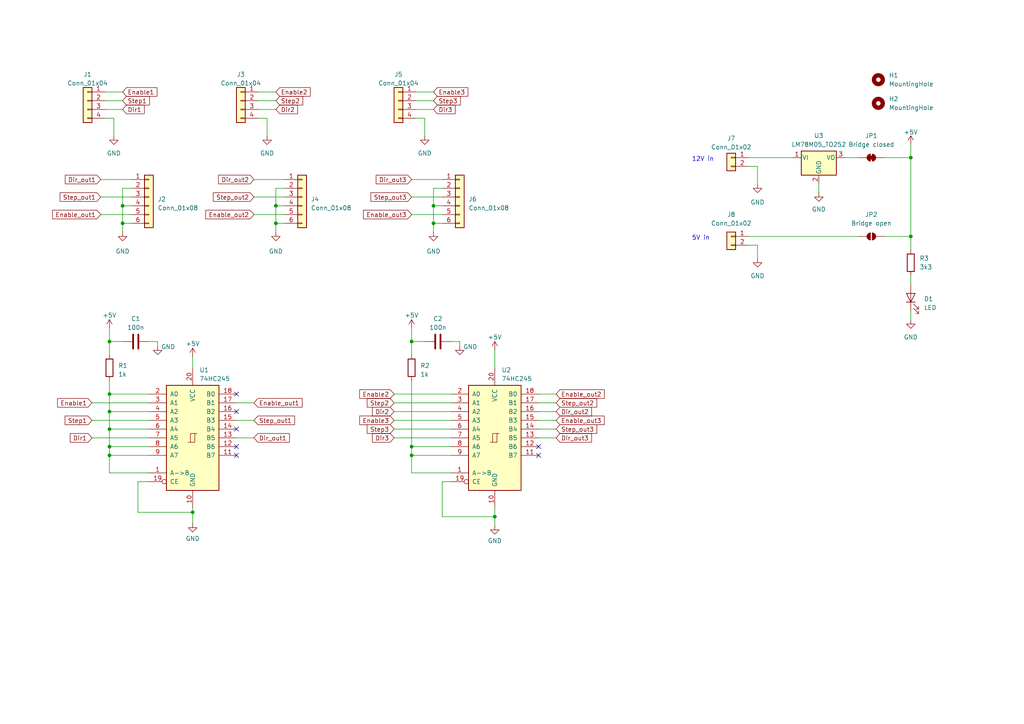
<source format=kicad_sch>
(kicad_sch (version 20250114) (generator "eeschema") (generator_version "9.0")
  (paper "A4")
  (lib_symbols
    (symbol "74xx:74HC245" (pin_names (offset 1.016))
      (property "Reference" "U" (at -7.62 16.51 0))
      (property "Value" "74HC245" (at -7.62 -16.51 0))
      (symbol "74HC245_1_0"
        (polyline (pts (xy -1.27 -1.27) (xy 0.635 -1.27) (xy 0.635 1.27) (xy 1.27 1.27)))
        (polyline (pts (xy -0.635 -1.27) (xy -0.635 1.27) (xy 0.635 1.27)))
        (pin tri_state line (at -12.7 12.7 0) (length 5.08) (name "A0") (number "2"))
        (pin tri_state line (at -12.7 10.16 0) (length 5.08) (name "A1") (number "3"))
        (pin tri_state line (at -12.7 7.62 0) (length 5.08) (name "A2") (number "4"))
        (pin tri_state line (at -12.7 5.08 0) (length 5.08) (name "A3") (number "5"))
        (pin tri_state line (at -12.7 2.54 0) (length 5.08) (name "A4") (number "6"))
        (pin tri_state line (at -12.7 0 0) (length 5.08) (name "A5") (number "7"))
        (pin tri_state line (at -12.7 -2.54 0) (length 5.08) (name "A6") (number "8"))
        (pin tri_state line (at -12.7 -5.08 0) (length 5.08) (name "A7") (number "9"))
        (pin input line (at -12.7 -10.16 0) (length 5.08) (name "A->B") (number "1"))
        (pin input inverted (at -12.7 -12.7 0) (length 5.08) (name "CE") (number "19"))
        (pin power_in line (at 0 20.32 270) (length 5.08) (name "VCC") (number "20"))
        (pin power_in line (at 0 -20.32 90) (length 5.08) (name "GND") (number "10"))
        (pin tri_state line (at 12.7 12.7 180) (length 5.08) (name "B0") (number "18"))
        (pin tri_state line (at 12.7 10.16 180) (length 5.08) (name "B1") (number "17"))
        (pin tri_state line (at 12.7 7.62 180) (length 5.08) (name "B2") (number "16"))
        (pin tri_state line (at 12.7 5.08 180) (length 5.08) (name "B3") (number "15"))
        (pin tri_state line (at 12.7 2.54 180) (length 5.08) (name "B4") (number "14"))
        (pin tri_state line (at 12.7 0 180) (length 5.08) (name "B5") (number "13"))
        (pin tri_state line (at 12.7 -2.54 180) (length 5.08) (name "B6") (number "12"))
        (pin tri_state line (at 12.7 -5.08 180) (length 5.08) (name "B7") (number "11"))
      )
      (symbol "74HC245_1_1"
        (rectangle (start -7.62 15.24) (end 7.62 -15.24) (stroke (width 0.254)) (fill (type background)))
      )
    )
    (symbol "Connector_Generic:Conn_01x02" (pin_names (offset 1.016) (hide yes))
      (property "Reference" "J" (at 0 2.54 0))
      (property "Value" "Conn_01x02" (at 0 -5.08 0))
      (symbol "Conn_01x02_1_1"
        (rectangle (start -1.27 1.27) (end 1.27 -3.81) (stroke (width 0.254)) (fill (type background)))
        (rectangle (start -1.27 0.127) (end 0 -0.127) (stroke (width 0.1524)))
        (rectangle (start -1.27 -2.413) (end 0 -2.667) (stroke (width 0.1524)))
        (pin passive line (at -5.08 0 0) (length 3.81) (name "Pin_1") (number "1"))
        (pin passive line (at -5.08 -2.54 0) (length 3.81) (name "Pin_2") (number "2"))
      )
    )
    (symbol "Connector_Generic:Conn_01x04" (pin_names (offset 1.016) (hide yes))
      (property "Reference" "J" (at 0 5.08 0))
      (property "Value" "Conn_01x04" (at 0 -7.62 0))
      (symbol "Conn_01x04_1_1"
        (rectangle (start -1.27 3.81) (end 1.27 -6.35) (stroke (width 0.254)) (fill (type background)))
        (rectangle (start -1.27 2.667) (end 0 2.413) (stroke (width 0.1524)))
        (rectangle (start -1.27 0.127) (end 0 -0.127) (stroke (width 0.1524)))
        (rectangle (start -1.27 -2.413) (end 0 -2.667) (stroke (width 0.1524)))
        (rectangle (start -1.27 -4.953) (end 0 -5.207) (stroke (width 0.1524)))
        (pin passive line (at -5.08 2.54 0) (length 3.81) (name "Pin_1") (number "1"))
        (pin passive line (at -5.08 0 0) (length 3.81) (name "Pin_2") (number "2"))
        (pin passive line (at -5.08 -2.54 0) (length 3.81) (name "Pin_3") (number "3"))
        (pin passive line (at -5.08 -5.08 0) (length 3.81) (name "Pin_4") (number "4"))
      )
    )
    (symbol "Connector_Generic:Conn_01x06" (pin_names (offset 1.016) (hide yes))
      (property "Reference" "J" (at 0 7.62 0))
      (property "Value" "Conn_01x06" (at 0 -10.16 0))
      (symbol "Conn_01x06_1_1"
        (rectangle (start -1.27 6.35) (end 1.27 -8.89) (stroke (width 0.254)) (fill (type background)))
        (rectangle (start -1.27 5.207) (end 0 4.953) (stroke (width 0.1524)))
        (rectangle (start -1.27 2.667) (end 0 2.413) (stroke (width 0.1524)))
        (rectangle (start -1.27 0.127) (end 0 -0.127) (stroke (width 0.1524)))
        (rectangle (start -1.27 -2.413) (end 0 -2.667) (stroke (width 0.1524)))
        (rectangle (start -1.27 -4.953) (end 0 -5.207) (stroke (width 0.1524)))
        (rectangle (start -1.27 -7.493) (end 0 -7.747) (stroke (width 0.1524)))
        (pin passive line (at -5.08 5.08 0) (length 3.81) (name "Pin_1") (number "1"))
        (pin passive line (at -5.08 2.54 0) (length 3.81) (name "Pin_2") (number "2"))
        (pin passive line (at -5.08 0 0) (length 3.81) (name "Pin_3") (number "3"))
        (pin passive line (at -5.08 -2.54 0) (length 3.81) (name "Pin_4") (number "4"))
        (pin passive line (at -5.08 -5.08 0) (length 3.81) (name "Pin_5") (number "5"))
        (pin passive line (at -5.08 -7.62 0) (length 3.81) (name "Pin_6") (number "6"))
      )
    )
    (symbol "Device:C" (pin_numbers (hide yes)) (pin_names (offset 0.254))
      (property "Reference" "C" (at 0.635 2.54 0))
      (property "Value" "C" (at 0.635 -2.54 0))
      (symbol "C_0_1"
        (polyline (pts (xy -2.032 0.762) (xy 2.032 0.762)) (stroke (width 0.508)))
        (polyline (pts (xy -2.032 -0.762) (xy 2.032 -0.762)) (stroke (width 0.508)))
      )
      (symbol "C_1_1"
        (pin passive line (at 0 3.81 270) (length 2.794) (name "~") (number "1"))
        (pin passive line (at 0 -3.81 90) (length 2.794) (name "~") (number "2"))
      )
    )
    (symbol "Device:LED" (pin_numbers (hide yes)) (pin_names (offset 1.016) (hide yes))
      (property "Reference" "D" (at 0 2.54 0))
      (property "Value" "LED" (at 0 -2.54 0))
      (symbol "LED_0_1"
        (polyline (pts (xy -3.048 -0.762) (xy -4.572 -2.286) (xy -3.81 -2.286) (xy -4.572 -2.286) (xy -4.572 -1.524)))
        (polyline (pts (xy -1.778 -0.762) (xy -3.302 -2.286) (xy -2.54 -2.286) (xy -3.302 -2.286) (xy -3.302 -1.524)))
        (polyline (pts (xy -1.27 0) (xy 1.27 0)))
        (polyline (pts (xy -1.27 -1.27) (xy -1.27 1.27)) (stroke (width 0.2032)))
        (polyline (pts (xy 1.27 -1.27) (xy 1.27 1.27) (xy -1.27 0) (xy 1.27 -1.27)) (stroke (width 0.2032)))
      )
      (symbol "LED_1_1"
        (pin passive line (at -3.81 0 0) (length 2.54) (name "K") (number "1"))
        (pin passive line (at 3.81 0 180) (length 2.54) (name "A") (number "2"))
      )
    )
    (symbol "Device:R" (pin_numbers (hide yes)) (pin_names (offset 0))
      (property "Reference" "R" (at 2.032 0 90))
      (property "Value" "R" (at 0 0 90))
      (symbol "R_0_1"
        (rectangle (start -1.016 -2.54) (end 1.016 2.54) (stroke (width 0.254)))
      )
      (symbol "R_1_1"
        (pin passive line (at 0 3.81 270) (length 1.27) (name "~") (number "1"))
        (pin passive line (at 0 -3.81 90) (length 1.27) (name "~") (number "2"))
      )
    )
    (symbol "Jumper:SolderJumper_2_Bridged" (pin_numbers (hide yes)) (pin_names (offset 0) (hide yes)) (exclude_from_sim yes) (in_bom no)
      (property "Reference" "JP" (at 0 2.032 0))
      (property "Value" "SolderJumper_2_Bridged" (at 0 -2.54 0))
      (symbol "SolderJumper_2_Bridged_0_1"
        (rectangle (start -0.508 0.508) (end 0.508 -0.508) (fill (type outline)))
        (polyline (pts (xy -0.254 1.016) (xy -0.254 -1.016)))
        (arc (start -0.254 -1.016) (mid -1.2656 0) (end -0.254 1.016))
        (arc (start -0.254 -1.016) (mid -1.2656 0) (end -0.254 1.016) (fill (type outline)))
        (arc (start 0.254 1.016) (mid 1.2656 0) (end 0.254 -1.016))
        (arc (start 0.254 1.016) (mid 1.2656 0) (end 0.254 -1.016) (fill (type outline)))
        (polyline (pts (xy 0.254 1.016) (xy 0.254 -1.016)))
      )
      (symbol "SolderJumper_2_Bridged_1_1"
        (pin passive line (at -3.81 0 0) (length 2.54) (name "A") (number "1"))
        (pin passive line (at 3.81 0 180) (length 2.54) (name "B") (number "2"))
      )
    )
    (symbol "Jumper:SolderJumper_2_Open" (pin_numbers (hide yes)) (pin_names (offset 0) (hide yes)) (exclude_from_sim yes) (in_bom no)
      (property "Reference" "JP" (at 0 2.032 0))
      (property "Value" "SolderJumper_2_Open" (at 0 -2.54 0))
      (symbol "SolderJumper_2_Open_0_1"
        (polyline (pts (xy -0.254 1.016) (xy -0.254 -1.016)))
        (arc (start -0.254 -1.016) (mid -1.2656 0) (end -0.254 1.016))
        (arc (start -0.254 -1.016) (mid -1.2656 0) (end -0.254 1.016) (fill (type outline)))
        (arc (start 0.254 1.016) (mid 1.2656 0) (end 0.254 -1.016))
        (arc (start 0.254 1.016) (mid 1.2656 0) (end 0.254 -1.016) (fill (type outline)))
        (polyline (pts (xy 0.254 1.016) (xy 0.254 -1.016)))
      )
      (symbol "SolderJumper_2_Open_1_1"
        (pin passive line (at -3.81 0 0) (length 2.54) (name "A") (number "1"))
        (pin passive line (at 3.81 0 180) (length 2.54) (name "B") (number "2"))
      )
    )
    (symbol "Mechanical:MountingHole" (pin_names (offset 1.016))
      (property "Reference" "H" (at 0 5.08 0))
      (property "Value" "MountingHole" (at 0 3.175 0))
      (symbol "MountingHole_0_1"
        (circle (center 0 0) (radius 1.27) (stroke (width 1.27)))
      )
    )
    (symbol "Regulator_Linear:LM78M05_TO252" (pin_names (offset 0.254))
      (property "Reference" "U" (at -3.81 3.175 0))
      (property "Value" "LM78M05_TO252" (at 0 3.175 0))
      (symbol "LM78M05_TO252_0_1"
        (rectangle (start -5.08 1.905) (end 5.08 -5.08) (stroke (width 0.254)) (fill (type background)))
      )
      (symbol "LM78M05_TO252_1_1"
        (pin power_in line (at -7.62 0 0) (length 2.54) (name "VI") (number "1"))
        (pin power_in line (at 0 -7.62 90) (length 2.54) (name "GND") (number "2"))
        (pin power_out line (at 7.62 0 180) (length 2.54) (name "VO") (number "3"))
      )
    )
    (symbol "power:+5V" (power) (pin_names (offset 0))
      (property "Value" "+5V" (at 0 3.556 0))
      (symbol "+5V_0_1"
        (polyline (pts (xy -0.762 1.27) (xy 0 2.54)))
        (polyline (pts (xy 0 2.54) (xy 0.762 1.27)))
        (polyline (pts (xy 0 0) (xy 0 2.54)))
      )
      (symbol "+5V_1_1"
        (pin power_in line (at 0 0 90) (length 0) (hide yes) (name "+5V") (number "1"))
      )
    )
    (symbol "power:GND" (power) (pin_names (offset 0))
      (property "Value" "GND" (at 0 -3.81 0))
      (symbol "GND_0_1"
        (polyline (pts (xy 0 0) (xy 0 -1.27) (xy 1.27 -1.27) (xy 0 -2.54) (xy -1.27 -1.27) (xy 0 -1.27)))
      )
      (symbol "GND_1_1"
        (pin power_in line (at 0 0 270) (length 0) (hide yes) (name "GND") (number "1"))
      )
    )
  )
  (text "12V in" (at 200.66 46.99 0) (effects (font (size 1.27 1.27)) (justify left bottom)))
  (text "5V in" (at 200.66 69.85 0) (effects (font (size 1.27 1.27)) (justify left bottom)))
  (junction (at 31.75 99.06))
  (junction (at 143.51 149.86))
  (junction (at 125.73 59.69))
  (junction (at 125.73 64.77))
  (junction (at 55.88 148.59))
  (junction (at 31.75 129.54))
  (junction (at 119.38 132.08))
  (junction (at 119.38 129.54))
  (junction (at 119.38 99.06))
  (junction (at 35.56 59.69))
  (junction (at 35.56 64.77))
  (junction (at 31.75 132.08))
  (junction (at 31.75 119.38))
  (junction (at 264.16 68.58))
  (junction (at 31.75 124.46))
  (junction (at 80.01 59.69))
  (junction (at 80.01 64.77))
  (junction (at 31.75 114.3))
  (junction (at 264.16 45.72))
  (no_connect (at 156.21 132.08))
  (no_connect (at 68.58 124.46))
  (no_connect (at 156.21 129.54))
  (no_connect (at 68.58 114.3))
  (no_connect (at 68.58 132.08))
  (no_connect (at 68.58 129.54))
  (no_connect (at 68.58 119.38))
  (wire (pts (xy 128.27 149.86) (xy 143.51 149.86)))
  (wire (pts (xy 114.3 124.46) (xy 130.81 124.46)))
  (wire (pts (xy 31.75 99.06) (xy 31.75 102.87)))
  (wire (pts (xy 119.38 137.16) (xy 130.81 137.16)))
  (wire (pts (xy 31.75 129.54) (xy 31.75 132.08)))
  (wire (pts (xy 55.88 147.32) (xy 55.88 148.59)))
  (wire (pts (xy 256.54 68.58) (xy 264.16 68.58)))
  (wire (pts (xy 31.75 124.46) (xy 31.75 129.54)))
  (wire (pts (xy 156.21 124.46) (xy 161.29 124.46)))
  (wire (pts (xy 31.75 137.16) (xy 43.18 137.16)))
  (wire (pts (xy 80.01 54.61) (xy 80.01 59.69)))
  (wire (pts (xy 35.56 59.69) (xy 38.1 59.69)))
  (wire (pts (xy 74.93 29.21) (xy 80.01 29.21)))
  (wire (pts (xy 31.75 95.25) (xy 31.75 99.06)))
  (wire (pts (xy 80.01 59.69) (xy 82.55 59.69)))
  (wire (pts (xy 119.38 57.15) (xy 128.27 57.15)))
  (wire (pts (xy 30.48 31.75) (xy 35.56 31.75)))
  (wire (pts (xy 35.56 54.61) (xy 35.56 59.69)))
  (wire (pts (xy 74.93 34.29) (xy 77.47 34.29)))
  (wire (pts (xy 45.72 99.06) (xy 45.72 100.33)))
  (wire (pts (xy 68.58 127) (xy 73.66 127)))
  (wire (pts (xy 31.75 110.49) (xy 31.75 114.3)))
  (wire (pts (xy 219.71 71.12) (xy 219.71 74.93)))
  (wire (pts (xy 31.75 132.08) (xy 43.18 132.08)))
  (wire (pts (xy 156.21 116.84) (xy 161.29 116.84)))
  (wire (pts (xy 119.38 52.07) (xy 128.27 52.07)))
  (wire (pts (xy 156.21 119.38) (xy 161.29 119.38)))
  (wire (pts (xy 114.3 119.38) (xy 130.81 119.38)))
  (wire (pts (xy 119.38 95.25) (xy 119.38 99.06)))
  (wire (pts (xy 30.48 29.21) (xy 35.56 29.21)))
  (wire (pts (xy 156.21 127) (xy 161.29 127)))
  (wire (pts (xy 80.01 64.77) (xy 80.01 67.31)))
  (wire (pts (xy 123.19 34.29) (xy 123.19 39.37)))
  (wire (pts (xy 143.51 147.32) (xy 143.51 149.86)))
  (wire (pts (xy 125.73 64.77) (xy 125.73 67.31)))
  (wire (pts (xy 264.16 45.72) (xy 264.16 41.91)))
  (wire (pts (xy 68.58 121.92) (xy 73.66 121.92)))
  (wire (pts (xy 156.21 121.92) (xy 161.29 121.92)))
  (wire (pts (xy 31.75 114.3) (xy 31.75 119.38)))
  (wire (pts (xy 26.67 127) (xy 43.18 127)))
  (wire (pts (xy 119.38 129.54) (xy 130.81 129.54)))
  (wire (pts (xy 125.73 59.69) (xy 125.73 64.77)))
  (wire (pts (xy 125.73 59.69) (xy 128.27 59.69)))
  (wire (pts (xy 256.54 45.72) (xy 264.16 45.72)))
  (wire (pts (xy 31.75 132.08) (xy 31.75 137.16)))
  (wire (pts (xy 130.81 99.06) (xy 133.35 99.06)))
  (wire (pts (xy 219.71 48.26) (xy 217.17 48.26)))
  (wire (pts (xy 73.66 57.15) (xy 82.55 57.15)))
  (wire (pts (xy 119.38 132.08) (xy 119.38 137.16)))
  (wire (pts (xy 31.75 114.3) (xy 43.18 114.3)))
  (wire (pts (xy 35.56 64.77) (xy 38.1 64.77)))
  (wire (pts (xy 156.21 114.3) (xy 161.29 114.3)))
  (wire (pts (xy 26.67 116.84) (xy 43.18 116.84)))
  (wire (pts (xy 31.75 124.46) (xy 43.18 124.46)))
  (wire (pts (xy 120.65 26.67) (xy 125.73 26.67)))
  (wire (pts (xy 31.75 129.54) (xy 43.18 129.54)))
  (wire (pts (xy 125.73 54.61) (xy 125.73 59.69)))
  (wire (pts (xy 40.005 148.59) (xy 55.88 148.59)))
  (wire (pts (xy 26.67 121.92) (xy 43.18 121.92)))
  (wire (pts (xy 264.16 68.58) (xy 264.16 72.39)))
  (wire (pts (xy 40.005 139.7) (xy 40.005 148.59)))
  (wire (pts (xy 68.58 116.84) (xy 73.66 116.84)))
  (wire (pts (xy 264.16 80.01) (xy 264.16 82.55)))
  (wire (pts (xy 74.93 26.67) (xy 80.01 26.67)))
  (wire (pts (xy 43.18 139.7) (xy 40.005 139.7)))
  (wire (pts (xy 31.75 119.38) (xy 31.75 124.46)))
  (wire (pts (xy 55.88 103.505) (xy 55.88 106.68)))
  (wire (pts (xy 35.56 59.69) (xy 35.56 64.77)))
  (wire (pts (xy 114.3 127) (xy 130.81 127)))
  (wire (pts (xy 114.3 121.92) (xy 130.81 121.92)))
  (wire (pts (xy 143.51 101.6) (xy 143.51 106.68)))
  (wire (pts (xy 29.21 52.07) (xy 38.1 52.07)))
  (wire (pts (xy 38.1 54.61) (xy 35.56 54.61)))
  (wire (pts (xy 143.51 149.86) (xy 143.51 152.4)))
  (wire (pts (xy 119.38 129.54) (xy 119.38 132.08)))
  (wire (pts (xy 217.17 45.72) (xy 229.87 45.72)))
  (wire (pts (xy 29.21 57.15) (xy 38.1 57.15)))
  (wire (pts (xy 73.66 62.23) (xy 82.55 62.23)))
  (wire (pts (xy 77.47 34.29) (xy 77.47 39.37)))
  (wire (pts (xy 119.38 110.49) (xy 119.38 129.54)))
  (wire (pts (xy 120.65 34.29) (xy 123.19 34.29)))
  (wire (pts (xy 217.17 68.58) (xy 248.92 68.58)))
  (wire (pts (xy 245.11 45.72) (xy 248.92 45.72)))
  (wire (pts (xy 29.21 62.23) (xy 38.1 62.23)))
  (wire (pts (xy 130.81 139.7) (xy 128.27 139.7)))
  (wire (pts (xy 33.02 34.29) (xy 33.02 39.37)))
  (wire (pts (xy 35.56 64.77) (xy 35.56 67.31)))
  (wire (pts (xy 80.01 59.69) (xy 80.01 64.77)))
  (wire (pts (xy 119.38 99.06) (xy 119.38 102.87)))
  (wire (pts (xy 55.88 148.59) (xy 55.88 151.765)))
  (wire (pts (xy 120.65 31.75) (xy 125.73 31.75)))
  (wire (pts (xy 114.3 114.3) (xy 130.81 114.3)))
  (wire (pts (xy 30.48 34.29) (xy 33.02 34.29)))
  (wire (pts (xy 119.38 99.06) (xy 123.19 99.06)))
  (wire (pts (xy 43.18 99.06) (xy 45.72 99.06)))
  (wire (pts (xy 74.93 31.75) (xy 80.01 31.75)))
  (wire (pts (xy 31.75 119.38) (xy 43.18 119.38)))
  (wire (pts (xy 264.16 68.58) (xy 264.16 45.72)))
  (wire (pts (xy 128.27 54.61) (xy 125.73 54.61)))
  (wire (pts (xy 237.49 53.34) (xy 237.49 55.88)))
  (wire (pts (xy 30.48 26.67) (xy 35.56 26.67)))
  (wire (pts (xy 120.65 29.21) (xy 125.73 29.21)))
  (wire (pts (xy 119.38 132.08) (xy 130.81 132.08)))
  (wire (pts (xy 264.16 90.17) (xy 264.16 92.71)))
  (wire (pts (xy 82.55 54.61) (xy 80.01 54.61)))
  (wire (pts (xy 80.01 64.77) (xy 82.55 64.77)))
  (wire (pts (xy 119.38 62.23) (xy 128.27 62.23)))
  (wire (pts (xy 31.75 99.06) (xy 35.56 99.06)))
  (wire (pts (xy 219.71 48.26) (xy 219.71 53.34)))
  (wire (pts (xy 133.35 99.06) (xy 133.35 100.33)))
  (wire (pts (xy 114.3 116.84) (xy 130.81 116.84)))
  (wire (pts (xy 73.66 52.07) (xy 82.55 52.07)))
  (wire (pts (xy 125.73 64.77) (xy 128.27 64.77)))
  (wire (pts (xy 128.27 139.7) (xy 128.27 149.86)))
  (wire (pts (xy 217.17 71.12) (xy 219.71 71.12)))
  (global_label "Dir1" (shape input) (at 26.67 127 180) (property "Intersheetrefs" "${INTERSHEET_REFS}" (effects (hide yes))))
  (global_label "Step3" (shape input) (at 125.73 29.21 0) (property "Intersheetrefs" "${INTERSHEET_REFS}" (effects (hide yes))))
  (global_label "Dir_out2" (shape input) (at 161.29 119.38 0) (property "Intersheetrefs" "${INTERSHEET_REFS}" (effects (hide yes))))
  (global_label "Step3" (shape input) (at 114.3 124.46 180) (property "Intersheetrefs" "${INTERSHEET_REFS}" (effects (hide yes))))
  (global_label "Step_out1" (shape input) (at 29.21 57.15 180) (property "Intersheetrefs" "${INTERSHEET_REFS}" (effects (hide yes))))
  (global_label "Enable1" (shape input) (at 26.67 116.84 180) (property "Intersheetrefs" "${INTERSHEET_REFS}" (effects (hide yes))))
  (global_label "Step1" (shape input) (at 26.67 121.92 180) (property "Intersheetrefs" "${INTERSHEET_REFS}" (effects (hide yes))))
  (global_label "Enable_out3" (shape input) (at 119.38 62.23 180) (property "Intersheetrefs" "${INTERSHEET_REFS}" (effects (hide yes))))
  (global_label "Dir_out3" (shape input) (at 119.38 52.07 180) (property "Intersheetrefs" "${INTERSHEET_REFS}" (effects (hide yes))))
  (global_label "Enable_out1" (shape input) (at 73.66 116.84 0) (property "Intersheetrefs" "${INTERSHEET_REFS}" (effects (hide yes))))
  (global_label "Dir3" (shape input) (at 114.3 127 180) (property "Intersheetrefs" "${INTERSHEET_REFS}" (effects (hide yes))))
  (global_label "Dir3" (shape input) (at 125.73 31.75 0) (property "Intersheetrefs" "${INTERSHEET_REFS}" (effects (hide yes))))
  (global_label "Enable_out3" (shape input) (at 161.29 121.92 0) (property "Intersheetrefs" "${INTERSHEET_REFS}" (effects (hide yes))))
  (global_label "Enable_out1" (shape input) (at 29.21 62.23 180) (property "Intersheetrefs" "${INTERSHEET_REFS}" (effects (hide yes))))
  (global_label "Step2" (shape input) (at 114.3 116.84 180) (property "Intersheetrefs" "${INTERSHEET_REFS}" (effects (hide yes))))
  (global_label "Enable3" (shape input) (at 125.73 26.67 0) (property "Intersheetrefs" "${INTERSHEET_REFS}" (effects (hide yes))))
  (global_label "Step_out3" (shape input) (at 161.29 124.46 0) (property "Intersheetrefs" "${INTERSHEET_REFS}" (effects (hide yes))))
  (global_label "Dir_out3" (shape input) (at 161.29 127 0) (property "Intersheetrefs" "${INTERSHEET_REFS}" (effects (hide yes))))
  (global_label "Step_out1" (shape input) (at 73.66 121.92 0) (property "Intersheetrefs" "${INTERSHEET_REFS}" (effects (hide yes))))
  (global_label "Dir_out1" (shape input) (at 29.21 52.07 180) (property "Intersheetrefs" "${INTERSHEET_REFS}" (effects (hide yes))))
  (global_label "Enable1" (shape input) (at 35.56 26.67 0) (property "Intersheetrefs" "${INTERSHEET_REFS}" (effects (hide yes))))
  (global_label "Step2" (shape input) (at 80.01 29.21 0) (property "Intersheetrefs" "${INTERSHEET_REFS}" (effects (hide yes))))
  (global_label "Step1" (shape input) (at 35.56 29.21 0) (property "Intersheetrefs" "${INTERSHEET_REFS}" (effects (hide yes))))
  (global_label "Enable2" (shape input) (at 80.01 26.67 0) (property "Intersheetrefs" "${INTERSHEET_REFS}" (effects (hide yes))))
  (global_label "Enable3" (shape input) (at 114.3 121.92 180) (property "Intersheetrefs" "${INTERSHEET_REFS}" (effects (hide yes))))
  (global_label "Step_out2" (shape input) (at 161.29 116.84 0) (property "Intersheetrefs" "${INTERSHEET_REFS}" (effects (hide yes))))
  (global_label "Dir_out2" (shape input) (at 73.66 52.07 180) (property "Intersheetrefs" "${INTERSHEET_REFS}" (effects (hide yes))))
  (global_label "Enable_out2" (shape input) (at 73.66 62.23 180) (property "Intersheetrefs" "${INTERSHEET_REFS}" (effects (hide yes))))
  (global_label "Dir1" (shape input) (at 35.56 31.75 0) (property "Intersheetrefs" "${INTERSHEET_REFS}" (effects (hide yes))))
  (global_label "Step_out3" (shape input) (at 119.38 57.15 180) (property "Intersheetrefs" "${INTERSHEET_REFS}" (effects (hide yes))))
  (global_label "Dir2" (shape input) (at 80.01 31.75 0) (property "Intersheetrefs" "${INTERSHEET_REFS}" (effects (hide yes))))
  (global_label "Dir2" (shape input) (at 114.3 119.38 180) (property "Intersheetrefs" "${INTERSHEET_REFS}" (effects (hide yes))))
  (global_label "Enable_out2" (shape input) (at 161.29 114.3 0) (property "Intersheetrefs" "${INTERSHEET_REFS}" (effects (hide yes))))
  (global_label "Enable2" (shape input) (at 114.3 114.3 180) (property "Intersheetrefs" "${INTERSHEET_REFS}" (effects (hide yes))))
  (global_label "Step_out2" (shape input) (at 73.66 57.15 180) (property "Intersheetrefs" "${INTERSHEET_REFS}" (effects (hide yes))))
  (global_label "Dir_out1" (shape input) (at 73.66 127 0) (property "Intersheetrefs" "${INTERSHEET_REFS}" (effects (hide yes))))
  (symbol (lib_id "Connector_Generic:Conn_01x04") (at 115.57 29.21 0) (mirror y) (unit 1)
    (property "Reference" "J5" (at 115.57 21.59 0))
    (property "Value" "Conn_01x04" (at 115.57 24.13 0))
    (property "Footprint" "Connector_JST:JST_XH_B4B-XH-A_1x04_P2.50mm_Vertical" (effects (hide yes)))
  )
  (symbol (lib_id "Connector_Generic:Conn_01x04") (at 69.85 29.21 0) (mirror y) (unit 1)
    (property "Reference" "J3" (at 69.85 21.59 0))
    (property "Value" "Conn_01x04" (at 69.85 24.13 0))
    (property "Footprint" "Connector_JST:JST_XH_B4B-XH-A_1x04_P2.50mm_Vertical" (effects (hide yes)))
  )
  (symbol (lib_id "power:GND") (at 237.49 55.88 0) (unit 1)
    (property "Reference" "#PWR06" (effects (hide yes)))
    (property "Value" "GND" (at 237.49 60.706 0))
  )
  (symbol (lib_id "Regulator_Linear:LM78M05_TO252") (at 237.49 45.72 0) (unit 1)
    (property "Reference" "U3" (at 237.49 39.37 0))
    (property "Value" "LM78M05_TO252" (at 237.49 41.91 0))
    (property "Footprint" "Package_TO_SOT_SMD:TO-252-2" (effects (hide yes)))
    (property "Datasheet" "https://www.onsemi.com/pub/Collateral/MC78M00-D.PDF" (effects (hide yes)))
  )
  (symbol (lib_id "Device:C") (at 127 99.06 90) (unit 1)
    (property "Reference" "C2" (at 127 92.456 90))
    (property "Value" "100n" (at 127 94.996 90))
    (property "Footprint" "Capacitor_SMD:C_0603_1608Metric" (effects (hide yes)))
  )
  (symbol (lib_id "power:+5V") (at 264.16 41.91 0) (unit 1)
    (property "Reference" "#PWR07" (effects (hide yes)))
    (property "Value" "+5V" (at 264.16 38.354 0))
  )
  (symbol (lib_id "power:GND") (at 80.01 67.31 0) (unit 1)
    (property "Reference" "#PWR013" (effects (hide yes)))
    (property "Value" "GND" (at 80.01 72.898 0))
  )
  (symbol (lib_id "Connector_Generic:Conn_01x02") (at 212.09 68.58 0) (mirror y) (unit 1)
    (property "Reference" "J8" (at 212.09 62.23 0))
    (property "Value" "Conn_01x02" (at 212.09 64.77 0))
    (property "Footprint" "Connector_JST:JST_XH_B2B-XH-A_1x02_P2.50mm_Vertical" (effects (hide yes)))
    (property "Description" "Generic connector, single row, 01x02, script generated (kicad-library-utils/schlib/autogen/connector/)" (effects (hide yes)))
  )
  (symbol (lib_id "Device:C") (at 39.37 99.06 90) (unit 1)
    (property "Reference" "C1" (at 39.37 92.456 90))
    (property "Value" "100n" (at 39.37 94.996 90))
    (property "Footprint" "Capacitor_SMD:C_0603_1608Metric" (effects (hide yes)))
  )
  (symbol (lib_id "Device:R") (at 119.38 106.68 0) (unit 1)
    (property "Reference" "R2" (at 121.92 106.045 0) (effects (justify left)))
    (property "Value" "1k" (at 121.92 108.585 0) (effects (justify left)))
    (property "Footprint" "Resistor_SMD:R_0603_1608Metric" (effects (hide yes)))
  )
  (symbol (lib_id "power:GND") (at 33.02 39.37 0) (unit 1)
    (property "Reference" "#PWR010" (effects (hide yes)))
    (property "Value" "GND" (at 33.02 44.45 0))
  )
  (symbol (lib_id "Connector_Generic:Conn_01x06") (at 43.18 57.15 0) (unit 1)
    (property "Reference" "J2" (at 45.72 57.785 0) (effects (justify left)))
    (property "Value" "Conn_01x08" (at 45.72 60.325 0) (effects (justify left)))
    (property "Footprint" "Connector_JST:JST_XH_B6B-XH-A_1x06_P2.50mm_Vertical" (effects (hide yes)))
  )
  (symbol (lib_id "74xx:74HC245") (at 55.88 127 0) (unit 1)
    (property "Reference" "U1" (at 57.8359 107.315 0) (effects (justify left)))
    (property "Value" "74HC245" (at 57.8359 109.855 0) (effects (justify left)))
    (property "Footprint" "Package_SO:SO-20_5.3x12.6mm_P1.27mm" (effects (hide yes)))
    (property "Datasheet" "http://www.ti.com/lit/gpn/sn74HC245" (effects (hide yes)))
  )
  (symbol (lib_id "power:GND") (at 35.56 67.31 0) (unit 1)
    (property "Reference" "#PWR01" (effects (hide yes)))
    (property "Value" "GND" (at 35.56 72.898 0))
  )
  (symbol (lib_id "power:+5V") (at 143.51 101.6 0) (unit 1)
    (property "Reference" "#PWR021" (effects (hide yes)))
    (property "Value" "+5V" (at 143.51 97.79 0))
  )
  (symbol (lib_id "power:GND") (at 125.73 67.31 0) (unit 1)
    (property "Reference" "#PWR014" (effects (hide yes)))
    (property "Value" "GND" (at 125.73 72.898 0))
  )
  (symbol (lib_id "74xx:74HC245") (at 143.51 127 0) (unit 1)
    (property "Reference" "U2" (at 145.4659 107.315 0) (effects (justify left)))
    (property "Value" "74HC245" (at 145.4659 109.855 0) (effects (justify left)))
    (property "Footprint" "Package_SO:SO-20_5.3x12.6mm_P1.27mm" (effects (hide yes)))
    (property "Datasheet" "http://www.ti.com/lit/gpn/sn74HC245" (effects (hide yes)))
  )
  (symbol (lib_id "Mechanical:MountingHole") (at 254.762 23.114 0) (unit 1)
    (property "Reference" "H1" (at 257.81 21.8439 0) (effects (justify left)))
    (property "Value" "MountingHole" (at 257.81 24.3839 0) (effects (justify left)))
    (property "Footprint" "MountingHole:MountingHole_3.2mm_M3" (effects (hide yes)))
    (property "Description" "Mounting Hole without connection" (effects (hide yes)))
  )
  (symbol (lib_id "power:+5V") (at 119.38 95.25 0) (unit 1)
    (property "Reference" "#PWR019" (effects (hide yes)))
    (property "Value" "+5V" (at 119.38 91.44 0))
  )
  (symbol (lib_id "Device:LED") (at 264.16 86.36 90) (unit 1)
    (property "Reference" "D1" (at 267.97 86.6901 90) (effects (justify right)))
    (property "Value" "LED" (at 267.97 89.2301 90) (effects (justify right)))
    (property "Footprint" "PCM_LED_SMD_AKL:LED_0603_1608Metric" (effects (hide yes)))
    (property "Description" "Light emitting diode" (effects (hide yes)))
  )
  (symbol (lib_id "power:GND") (at 264.16 92.71 0) (unit 1)
    (property "Reference" "#PWR023" (effects (hide yes)))
    (property "Value" "GND" (at 264.16 97.79 0))
    (property "Description" "Power flag, ground" (effects (hide yes)))
  )
  (symbol (lib_id "power:GND") (at 219.71 74.93 0) (unit 1)
    (property "Reference" "#PWR08" (effects (hide yes)))
    (property "Value" "GND" (at 219.71 80.01 0))
    (property "Description" "Power flag, ground" (effects (hide yes)))
  )
  (symbol (lib_id "Connector_Generic:Conn_01x02") (at 212.09 45.72 0) (mirror y) (unit 1)
    (property "Reference" "J7" (at 212.09 40.132 0))
    (property "Value" "Conn_01x02" (at 212.09 42.672 0))
    (property "Footprint" "Connector_JST:JST_XH_B2B-XH-A_1x02_P2.50mm_Vertical" (effects (hide yes)))
  )
  (symbol (lib_id "Jumper:SolderJumper_2_Open") (at 252.73 68.58 0) (unit 1) (exclude_from_sim yes) (in_bom no)
    (property "Reference" "JP2" (at 252.73 62.23 0))
    (property "Value" "Bridge open" (at 252.73 64.77 0))
    (property "Footprint" "Jumper:SolderJumper-2_P1.3mm_Open_RoundedPad1.0x1.5mm" (effects (hide yes)))
    (property "Description" "Solder Jumper, 2-pole, open" (effects (hide yes)))
  )
  (symbol (lib_id "power:GND") (at 45.72 100.33 0) (unit 1)
    (property "Reference" "#PWR04" (effects (hide yes)))
    (property "Value" "GND" (at 48.768 100.584 0))
  )
  (symbol (lib_id "power:GND") (at 77.47 39.37 0) (unit 1)
    (property "Reference" "#PWR03" (effects (hide yes)))
    (property "Value" "GND" (at 77.47 44.45 0))
  )
  (symbol (lib_id "power:+5V") (at 31.75 95.25 0) (unit 1)
    (property "Reference" "#PWR02" (effects (hide yes)))
    (property "Value" "+5V" (at 31.75 91.44 0))
  )
  (symbol (lib_id "power:+5V") (at 55.88 103.505 0) (unit 1)
    (property "Reference" "#PWR09" (effects (hide yes)))
    (property "Value" "+5V" (at 55.88 99.695 0))
  )
  (symbol (lib_id "power:GND") (at 123.19 39.37 0) (unit 1)
    (property "Reference" "#PWR012" (effects (hide yes)))
    (property "Value" "GND" (at 123.19 44.45 0))
  )
  (symbol (lib_id "Connector_Generic:Conn_01x04") (at 25.4 29.21 0) (mirror y) (unit 1)
    (property "Reference" "J1" (at 25.4 21.59 0))
    (property "Value" "Conn_01x04" (at 25.4 24.13 0))
    (property "Footprint" "Connector_JST:JST_XH_B4B-XH-A_1x04_P2.50mm_Vertical" (effects (hide yes)))
  )
  (symbol (lib_id "power:GND") (at 55.88 151.765 0) (unit 1)
    (property "Reference" "#PWR011" (effects (hide yes)))
    (property "Value" "GND" (at 55.88 156.21 0))
  )
  (symbol (lib_id "Device:R") (at 31.75 106.68 0) (unit 1)
    (property "Reference" "R1" (at 34.29 106.045 0) (effects (justify left)))
    (property "Value" "1k" (at 34.29 108.585 0) (effects (justify left)))
    (property "Footprint" "Resistor_SMD:R_0603_1608Metric" (effects (hide yes)))
  )
  (symbol (lib_id "Connector_Generic:Conn_01x06") (at 133.35 57.15 0) (unit 1)
    (property "Reference" "J6" (at 135.89 57.785 0) (effects (justify left)))
    (property "Value" "Conn_01x08" (at 135.89 60.325 0) (effects (justify left)))
    (property "Footprint" "Connector_JST:JST_XH_B6B-XH-A_1x06_P2.50mm_Vertical" (effects (hide yes)))
  )
  (symbol (lib_id "Mechanical:MountingHole") (at 254.762 29.972 0) (unit 1)
    (property "Reference" "H2" (at 257.81 28.7019 0) (effects (justify left)))
    (property "Value" "MountingHole" (at 257.81 31.2419 0) (effects (justify left)))
    (property "Footprint" "MountingHole:MountingHole_3.2mm_M3" (effects (hide yes)))
    (property "Description" "Mounting Hole without connection" (effects (hide yes)))
  )
  (symbol (lib_id "power:GND") (at 133.35 100.33 0) (unit 1)
    (property "Reference" "#PWR020" (effects (hide yes)))
    (property "Value" "GND" (at 136.398 100.584 0))
  )
  (symbol (lib_id "Device:R") (at 264.16 76.2 0) (unit 1)
    (property "Reference" "R3" (at 266.7 74.9299 0) (effects (justify left)))
    (property "Value" "3k3" (at 266.7 77.4699 0) (effects (justify left)))
    (property "Footprint" "PCM_Resistor_SMD_AKL:R_0603_1608Metric" (effects (hide yes)))
    (property "Description" "Resistor" (effects (hide yes)))
  )
  (symbol (lib_id "power:GND") (at 219.71 53.34 0) (unit 1)
    (property "Reference" "#PWR05" (effects (hide yes)))
    (property "Value" "GND" (at 219.71 58.674 0))
  )
  (symbol (lib_id "power:GND") (at 143.51 152.4 0) (unit 1)
    (property "Reference" "#PWR022" (effects (hide yes)))
    (property "Value" "GND" (at 143.51 156.845 0))
  )
  (symbol (lib_id "Connector_Generic:Conn_01x06") (at 87.63 57.15 0) (unit 1)
    (property "Reference" "J4" (at 90.17 57.785 0) (effects (justify left)))
    (property "Value" "Conn_01x08" (at 90.17 60.325 0) (effects (justify left)))
    (property "Footprint" "Connector_JST:JST_XH_B6B-XH-A_1x06_P2.50mm_Vertical" (effects (hide yes)))
  )
  (symbol (lib_id "Jumper:SolderJumper_2_Bridged") (at 252.73 45.72 180) (unit 1) (exclude_from_sim yes) (in_bom no)
    (property "Reference" "JP1" (at 252.73 39.37 0))
    (property "Value" "Bridge closed" (at 252.73 41.91 0))
    (property "Footprint" "Jumper:SolderJumper-2_P1.3mm_Bridged_RoundedPad1.0x1.5mm" (effects (hide yes)))
    (property "Description" "Solder Jumper, 2-pole, closed/bridged" (effects (hide yes)))
  )
)
</source>
